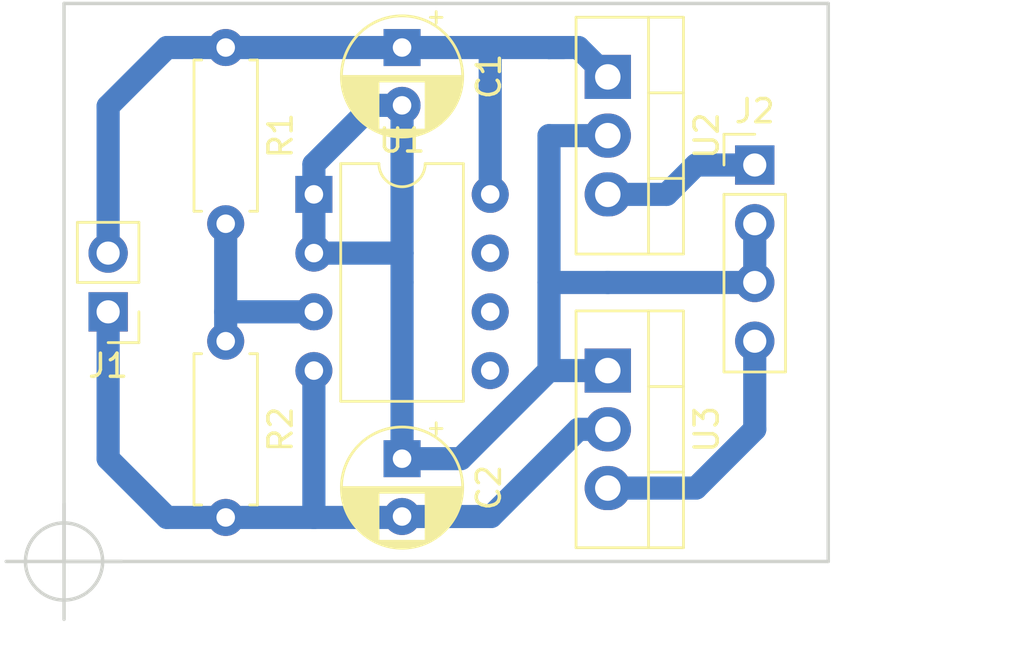
<source format=kicad_pcb>
(kicad_pcb (version 20171130) (host pcbnew 5.0.0-fee4fd1~66~ubuntu18.04.1)

  (general
    (thickness 1.6)
    (drawings 11)
    (tracks 46)
    (zones 0)
    (modules 9)
    (nets 7)
  )

  (page A4)
  (layers
    (0 F.Cu signal)
    (31 B.Cu signal)
    (32 B.Adhes user)
    (33 F.Adhes user)
    (34 B.Paste user)
    (35 F.Paste user)
    (36 B.SilkS user)
    (37 F.SilkS user)
    (38 B.Mask user)
    (39 F.Mask user)
    (40 Dwgs.User user)
    (41 Cmts.User user)
    (42 Eco1.User user)
    (43 Eco2.User user)
    (44 Edge.Cuts user)
    (45 Margin user)
    (46 B.CrtYd user)
    (47 F.CrtYd user)
    (48 B.Fab user)
    (49 F.Fab user)
  )

  (setup
    (last_trace_width 1)
    (trace_clearance 0.3)
    (zone_clearance 0.508)
    (zone_45_only no)
    (trace_min 0.2)
    (segment_width 0.2)
    (edge_width 0.15)
    (via_size 0.8)
    (via_drill 0.4)
    (via_min_size 0.4)
    (via_min_drill 0.3)
    (uvia_size 0.3)
    (uvia_drill 0.1)
    (uvias_allowed no)
    (uvia_min_size 0.2)
    (uvia_min_drill 0.1)
    (pcb_text_width 0.3)
    (pcb_text_size 1.5 1.5)
    (mod_edge_width 0.15)
    (mod_text_size 1 1)
    (mod_text_width 0.15)
    (pad_size 1.524 1.524)
    (pad_drill 0.762)
    (pad_to_mask_clearance 0.2)
    (aux_axis_origin 88.265 86.995)
    (visible_elements FFFFFF7F)
    (pcbplotparams
      (layerselection 0x00000_fffffffe)
      (usegerberextensions false)
      (usegerberattributes false)
      (usegerberadvancedattributes false)
      (creategerberjobfile false)
      (excludeedgelayer true)
      (linewidth 0.100000)
      (plotframeref false)
      (viasonmask false)
      (mode 1)
      (useauxorigin true)
      (hpglpennumber 1)
      (hpglpenspeed 20)
      (hpglpendiameter 15.000000)
      (psnegative false)
      (psa4output false)
      (plotreference true)
      (plotvalue true)
      (plotinvisibletext false)
      (padsonsilk false)
      (subtractmaskfromsilk false)
      (outputformat 1)
      (mirror false)
      (drillshape 0)
      (scaleselection 1)
      (outputdirectory "gerber/"))
  )

  (net 0 "")
  (net 1 "Net-(C1-Pad1)")
  (net 2 "Net-(C1-Pad2)")
  (net 3 "Net-(C2-Pad2)")
  (net 4 "Net-(J2-Pad1)")
  (net 5 "Net-(R1-Pad2)")
  (net 6 "Net-(J2-Pad4)")

  (net_class Default "This is the default net class."
    (clearance 0.3)
    (trace_width 1)
    (via_dia 0.8)
    (via_drill 0.4)
    (uvia_dia 0.3)
    (uvia_drill 0.1)
    (add_net "Net-(C1-Pad1)")
    (add_net "Net-(C1-Pad2)")
    (add_net "Net-(C2-Pad2)")
    (add_net "Net-(J2-Pad1)")
    (add_net "Net-(J2-Pad4)")
    (add_net "Net-(R1-Pad2)")
  )

  (module Capacitor_THT:CP_Radial_D5.0mm_P2.50mm (layer F.Cu) (tedit 5AE50EF0) (tstamp 5BAE5A1F)
    (at 102.87 64.77 270)
    (descr "CP, Radial series, Radial, pin pitch=2.50mm, , diameter=5mm, Electrolytic Capacitor")
    (tags "CP Radial series Radial pin pitch 2.50mm  diameter 5mm Electrolytic Capacitor")
    (path /5B9FFE66)
    (fp_text reference C1 (at 1.25 -3.75 270) (layer F.SilkS)
      (effects (font (size 1 1) (thickness 0.15)))
    )
    (fp_text value 10uF (at 1.25 3.75 270) (layer F.Fab)
      (effects (font (size 1 1) (thickness 0.15)))
    )
    (fp_circle (center 1.25 0) (end 3.75 0) (layer F.Fab) (width 0.1))
    (fp_circle (center 1.25 0) (end 3.87 0) (layer F.SilkS) (width 0.12))
    (fp_circle (center 1.25 0) (end 4 0) (layer F.CrtYd) (width 0.05))
    (fp_line (start -0.883605 -1.0875) (end -0.383605 -1.0875) (layer F.Fab) (width 0.1))
    (fp_line (start -0.633605 -1.3375) (end -0.633605 -0.8375) (layer F.Fab) (width 0.1))
    (fp_line (start 1.25 -2.58) (end 1.25 2.58) (layer F.SilkS) (width 0.12))
    (fp_line (start 1.29 -2.58) (end 1.29 2.58) (layer F.SilkS) (width 0.12))
    (fp_line (start 1.33 -2.579) (end 1.33 2.579) (layer F.SilkS) (width 0.12))
    (fp_line (start 1.37 -2.578) (end 1.37 2.578) (layer F.SilkS) (width 0.12))
    (fp_line (start 1.41 -2.576) (end 1.41 2.576) (layer F.SilkS) (width 0.12))
    (fp_line (start 1.45 -2.573) (end 1.45 2.573) (layer F.SilkS) (width 0.12))
    (fp_line (start 1.49 -2.569) (end 1.49 -1.04) (layer F.SilkS) (width 0.12))
    (fp_line (start 1.49 1.04) (end 1.49 2.569) (layer F.SilkS) (width 0.12))
    (fp_line (start 1.53 -2.565) (end 1.53 -1.04) (layer F.SilkS) (width 0.12))
    (fp_line (start 1.53 1.04) (end 1.53 2.565) (layer F.SilkS) (width 0.12))
    (fp_line (start 1.57 -2.561) (end 1.57 -1.04) (layer F.SilkS) (width 0.12))
    (fp_line (start 1.57 1.04) (end 1.57 2.561) (layer F.SilkS) (width 0.12))
    (fp_line (start 1.61 -2.556) (end 1.61 -1.04) (layer F.SilkS) (width 0.12))
    (fp_line (start 1.61 1.04) (end 1.61 2.556) (layer F.SilkS) (width 0.12))
    (fp_line (start 1.65 -2.55) (end 1.65 -1.04) (layer F.SilkS) (width 0.12))
    (fp_line (start 1.65 1.04) (end 1.65 2.55) (layer F.SilkS) (width 0.12))
    (fp_line (start 1.69 -2.543) (end 1.69 -1.04) (layer F.SilkS) (width 0.12))
    (fp_line (start 1.69 1.04) (end 1.69 2.543) (layer F.SilkS) (width 0.12))
    (fp_line (start 1.73 -2.536) (end 1.73 -1.04) (layer F.SilkS) (width 0.12))
    (fp_line (start 1.73 1.04) (end 1.73 2.536) (layer F.SilkS) (width 0.12))
    (fp_line (start 1.77 -2.528) (end 1.77 -1.04) (layer F.SilkS) (width 0.12))
    (fp_line (start 1.77 1.04) (end 1.77 2.528) (layer F.SilkS) (width 0.12))
    (fp_line (start 1.81 -2.52) (end 1.81 -1.04) (layer F.SilkS) (width 0.12))
    (fp_line (start 1.81 1.04) (end 1.81 2.52) (layer F.SilkS) (width 0.12))
    (fp_line (start 1.85 -2.511) (end 1.85 -1.04) (layer F.SilkS) (width 0.12))
    (fp_line (start 1.85 1.04) (end 1.85 2.511) (layer F.SilkS) (width 0.12))
    (fp_line (start 1.89 -2.501) (end 1.89 -1.04) (layer F.SilkS) (width 0.12))
    (fp_line (start 1.89 1.04) (end 1.89 2.501) (layer F.SilkS) (width 0.12))
    (fp_line (start 1.93 -2.491) (end 1.93 -1.04) (layer F.SilkS) (width 0.12))
    (fp_line (start 1.93 1.04) (end 1.93 2.491) (layer F.SilkS) (width 0.12))
    (fp_line (start 1.971 -2.48) (end 1.971 -1.04) (layer F.SilkS) (width 0.12))
    (fp_line (start 1.971 1.04) (end 1.971 2.48) (layer F.SilkS) (width 0.12))
    (fp_line (start 2.011 -2.468) (end 2.011 -1.04) (layer F.SilkS) (width 0.12))
    (fp_line (start 2.011 1.04) (end 2.011 2.468) (layer F.SilkS) (width 0.12))
    (fp_line (start 2.051 -2.455) (end 2.051 -1.04) (layer F.SilkS) (width 0.12))
    (fp_line (start 2.051 1.04) (end 2.051 2.455) (layer F.SilkS) (width 0.12))
    (fp_line (start 2.091 -2.442) (end 2.091 -1.04) (layer F.SilkS) (width 0.12))
    (fp_line (start 2.091 1.04) (end 2.091 2.442) (layer F.SilkS) (width 0.12))
    (fp_line (start 2.131 -2.428) (end 2.131 -1.04) (layer F.SilkS) (width 0.12))
    (fp_line (start 2.131 1.04) (end 2.131 2.428) (layer F.SilkS) (width 0.12))
    (fp_line (start 2.171 -2.414) (end 2.171 -1.04) (layer F.SilkS) (width 0.12))
    (fp_line (start 2.171 1.04) (end 2.171 2.414) (layer F.SilkS) (width 0.12))
    (fp_line (start 2.211 -2.398) (end 2.211 -1.04) (layer F.SilkS) (width 0.12))
    (fp_line (start 2.211 1.04) (end 2.211 2.398) (layer F.SilkS) (width 0.12))
    (fp_line (start 2.251 -2.382) (end 2.251 -1.04) (layer F.SilkS) (width 0.12))
    (fp_line (start 2.251 1.04) (end 2.251 2.382) (layer F.SilkS) (width 0.12))
    (fp_line (start 2.291 -2.365) (end 2.291 -1.04) (layer F.SilkS) (width 0.12))
    (fp_line (start 2.291 1.04) (end 2.291 2.365) (layer F.SilkS) (width 0.12))
    (fp_line (start 2.331 -2.348) (end 2.331 -1.04) (layer F.SilkS) (width 0.12))
    (fp_line (start 2.331 1.04) (end 2.331 2.348) (layer F.SilkS) (width 0.12))
    (fp_line (start 2.371 -2.329) (end 2.371 -1.04) (layer F.SilkS) (width 0.12))
    (fp_line (start 2.371 1.04) (end 2.371 2.329) (layer F.SilkS) (width 0.12))
    (fp_line (start 2.411 -2.31) (end 2.411 -1.04) (layer F.SilkS) (width 0.12))
    (fp_line (start 2.411 1.04) (end 2.411 2.31) (layer F.SilkS) (width 0.12))
    (fp_line (start 2.451 -2.29) (end 2.451 -1.04) (layer F.SilkS) (width 0.12))
    (fp_line (start 2.451 1.04) (end 2.451 2.29) (layer F.SilkS) (width 0.12))
    (fp_line (start 2.491 -2.268) (end 2.491 -1.04) (layer F.SilkS) (width 0.12))
    (fp_line (start 2.491 1.04) (end 2.491 2.268) (layer F.SilkS) (width 0.12))
    (fp_line (start 2.531 -2.247) (end 2.531 -1.04) (layer F.SilkS) (width 0.12))
    (fp_line (start 2.531 1.04) (end 2.531 2.247) (layer F.SilkS) (width 0.12))
    (fp_line (start 2.571 -2.224) (end 2.571 -1.04) (layer F.SilkS) (width 0.12))
    (fp_line (start 2.571 1.04) (end 2.571 2.224) (layer F.SilkS) (width 0.12))
    (fp_line (start 2.611 -2.2) (end 2.611 -1.04) (layer F.SilkS) (width 0.12))
    (fp_line (start 2.611 1.04) (end 2.611 2.2) (layer F.SilkS) (width 0.12))
    (fp_line (start 2.651 -2.175) (end 2.651 -1.04) (layer F.SilkS) (width 0.12))
    (fp_line (start 2.651 1.04) (end 2.651 2.175) (layer F.SilkS) (width 0.12))
    (fp_line (start 2.691 -2.149) (end 2.691 -1.04) (layer F.SilkS) (width 0.12))
    (fp_line (start 2.691 1.04) (end 2.691 2.149) (layer F.SilkS) (width 0.12))
    (fp_line (start 2.731 -2.122) (end 2.731 -1.04) (layer F.SilkS) (width 0.12))
    (fp_line (start 2.731 1.04) (end 2.731 2.122) (layer F.SilkS) (width 0.12))
    (fp_line (start 2.771 -2.095) (end 2.771 -1.04) (layer F.SilkS) (width 0.12))
    (fp_line (start 2.771 1.04) (end 2.771 2.095) (layer F.SilkS) (width 0.12))
    (fp_line (start 2.811 -2.065) (end 2.811 -1.04) (layer F.SilkS) (width 0.12))
    (fp_line (start 2.811 1.04) (end 2.811 2.065) (layer F.SilkS) (width 0.12))
    (fp_line (start 2.851 -2.035) (end 2.851 -1.04) (layer F.SilkS) (width 0.12))
    (fp_line (start 2.851 1.04) (end 2.851 2.035) (layer F.SilkS) (width 0.12))
    (fp_line (start 2.891 -2.004) (end 2.891 -1.04) (layer F.SilkS) (width 0.12))
    (fp_line (start 2.891 1.04) (end 2.891 2.004) (layer F.SilkS) (width 0.12))
    (fp_line (start 2.931 -1.971) (end 2.931 -1.04) (layer F.SilkS) (width 0.12))
    (fp_line (start 2.931 1.04) (end 2.931 1.971) (layer F.SilkS) (width 0.12))
    (fp_line (start 2.971 -1.937) (end 2.971 -1.04) (layer F.SilkS) (width 0.12))
    (fp_line (start 2.971 1.04) (end 2.971 1.937) (layer F.SilkS) (width 0.12))
    (fp_line (start 3.011 -1.901) (end 3.011 -1.04) (layer F.SilkS) (width 0.12))
    (fp_line (start 3.011 1.04) (end 3.011 1.901) (layer F.SilkS) (width 0.12))
    (fp_line (start 3.051 -1.864) (end 3.051 -1.04) (layer F.SilkS) (width 0.12))
    (fp_line (start 3.051 1.04) (end 3.051 1.864) (layer F.SilkS) (width 0.12))
    (fp_line (start 3.091 -1.826) (end 3.091 -1.04) (layer F.SilkS) (width 0.12))
    (fp_line (start 3.091 1.04) (end 3.091 1.826) (layer F.SilkS) (width 0.12))
    (fp_line (start 3.131 -1.785) (end 3.131 -1.04) (layer F.SilkS) (width 0.12))
    (fp_line (start 3.131 1.04) (end 3.131 1.785) (layer F.SilkS) (width 0.12))
    (fp_line (start 3.171 -1.743) (end 3.171 -1.04) (layer F.SilkS) (width 0.12))
    (fp_line (start 3.171 1.04) (end 3.171 1.743) (layer F.SilkS) (width 0.12))
    (fp_line (start 3.211 -1.699) (end 3.211 -1.04) (layer F.SilkS) (width 0.12))
    (fp_line (start 3.211 1.04) (end 3.211 1.699) (layer F.SilkS) (width 0.12))
    (fp_line (start 3.251 -1.653) (end 3.251 -1.04) (layer F.SilkS) (width 0.12))
    (fp_line (start 3.251 1.04) (end 3.251 1.653) (layer F.SilkS) (width 0.12))
    (fp_line (start 3.291 -1.605) (end 3.291 -1.04) (layer F.SilkS) (width 0.12))
    (fp_line (start 3.291 1.04) (end 3.291 1.605) (layer F.SilkS) (width 0.12))
    (fp_line (start 3.331 -1.554) (end 3.331 -1.04) (layer F.SilkS) (width 0.12))
    (fp_line (start 3.331 1.04) (end 3.331 1.554) (layer F.SilkS) (width 0.12))
    (fp_line (start 3.371 -1.5) (end 3.371 -1.04) (layer F.SilkS) (width 0.12))
    (fp_line (start 3.371 1.04) (end 3.371 1.5) (layer F.SilkS) (width 0.12))
    (fp_line (start 3.411 -1.443) (end 3.411 -1.04) (layer F.SilkS) (width 0.12))
    (fp_line (start 3.411 1.04) (end 3.411 1.443) (layer F.SilkS) (width 0.12))
    (fp_line (start 3.451 -1.383) (end 3.451 -1.04) (layer F.SilkS) (width 0.12))
    (fp_line (start 3.451 1.04) (end 3.451 1.383) (layer F.SilkS) (width 0.12))
    (fp_line (start 3.491 -1.319) (end 3.491 -1.04) (layer F.SilkS) (width 0.12))
    (fp_line (start 3.491 1.04) (end 3.491 1.319) (layer F.SilkS) (width 0.12))
    (fp_line (start 3.531 -1.251) (end 3.531 -1.04) (layer F.SilkS) (width 0.12))
    (fp_line (start 3.531 1.04) (end 3.531 1.251) (layer F.SilkS) (width 0.12))
    (fp_line (start 3.571 -1.178) (end 3.571 1.178) (layer F.SilkS) (width 0.12))
    (fp_line (start 3.611 -1.098) (end 3.611 1.098) (layer F.SilkS) (width 0.12))
    (fp_line (start 3.651 -1.011) (end 3.651 1.011) (layer F.SilkS) (width 0.12))
    (fp_line (start 3.691 -0.915) (end 3.691 0.915) (layer F.SilkS) (width 0.12))
    (fp_line (start 3.731 -0.805) (end 3.731 0.805) (layer F.SilkS) (width 0.12))
    (fp_line (start 3.771 -0.677) (end 3.771 0.677) (layer F.SilkS) (width 0.12))
    (fp_line (start 3.811 -0.518) (end 3.811 0.518) (layer F.SilkS) (width 0.12))
    (fp_line (start 3.851 -0.284) (end 3.851 0.284) (layer F.SilkS) (width 0.12))
    (fp_line (start -1.554775 -1.475) (end -1.054775 -1.475) (layer F.SilkS) (width 0.12))
    (fp_line (start -1.304775 -1.725) (end -1.304775 -1.225) (layer F.SilkS) (width 0.12))
    (fp_text user %R (at 1.25 0 270) (layer F.Fab)
      (effects (font (size 1 1) (thickness 0.15)))
    )
    (pad 1 thru_hole rect (at 0 0 270) (size 1.6 1.6) (drill 0.8) (layers *.Cu *.Mask)
      (net 1 "Net-(C1-Pad1)"))
    (pad 2 thru_hole circle (at 2.5 0 270) (size 1.6 1.6) (drill 0.8) (layers *.Cu *.Mask)
      (net 2 "Net-(C1-Pad2)"))
    (model ${KISYS3DMOD}/Capacitor_THT.3dshapes/CP_Radial_D5.0mm_P2.50mm.wrl
      (at (xyz 0 0 0))
      (scale (xyz 1 1 1))
      (rotate (xyz 0 0 0))
    )
  )

  (module Capacitor_THT:CP_Radial_D5.0mm_P2.50mm (layer F.Cu) (tedit 5BA23ECB) (tstamp 5BAE5AA3)
    (at 102.87 82.55 270)
    (descr "CP, Radial series, Radial, pin pitch=2.50mm, , diameter=5mm, Electrolytic Capacitor")
    (tags "CP Radial series Radial pin pitch 2.50mm  diameter 5mm Electrolytic Capacitor")
    (path /5B9FFEE2)
    (fp_text reference C2 (at 1.25 -3.75 270) (layer F.SilkS)
      (effects (font (size 1 1) (thickness 0.15)))
    )
    (fp_text value 10uF (at 1.25 3.75 270) (layer F.Fab)
      (effects (font (size 1 1) (thickness 0.15)))
    )
    (fp_text user %R (at 1.25 0 270) (layer F.Fab)
      (effects (font (size 1 1) (thickness 0.15)))
    )
    (fp_line (start -1.304775 -1.725) (end -1.304775 -1.225) (layer F.SilkS) (width 0.12))
    (fp_line (start -1.554775 -1.475) (end -1.054775 -1.475) (layer F.SilkS) (width 0.12))
    (fp_line (start 3.851 -0.284) (end 3.851 0.284) (layer F.SilkS) (width 0.12))
    (fp_line (start 3.811 -0.518) (end 3.811 0.518) (layer F.SilkS) (width 0.12))
    (fp_line (start 3.771 -0.677) (end 3.771 0.677) (layer F.SilkS) (width 0.12))
    (fp_line (start 3.731 -0.805) (end 3.731 0.805) (layer F.SilkS) (width 0.12))
    (fp_line (start 3.691 -0.915) (end 3.691 0.915) (layer F.SilkS) (width 0.12))
    (fp_line (start 3.651 -1.011) (end 3.651 1.011) (layer F.SilkS) (width 0.12))
    (fp_line (start 3.611 -1.098) (end 3.611 1.098) (layer F.SilkS) (width 0.12))
    (fp_line (start 3.571 -1.178) (end 3.571 1.178) (layer F.SilkS) (width 0.12))
    (fp_line (start 3.531 1.04) (end 3.531 1.251) (layer F.SilkS) (width 0.12))
    (fp_line (start 3.531 -1.251) (end 3.531 -1.04) (layer F.SilkS) (width 0.12))
    (fp_line (start 3.491 1.04) (end 3.491 1.319) (layer F.SilkS) (width 0.12))
    (fp_line (start 3.491 -1.319) (end 3.491 -1.04) (layer F.SilkS) (width 0.12))
    (fp_line (start 3.451 1.04) (end 3.451 1.383) (layer F.SilkS) (width 0.12))
    (fp_line (start 3.451 -1.383) (end 3.451 -1.04) (layer F.SilkS) (width 0.12))
    (fp_line (start 3.411 1.04) (end 3.411 1.443) (layer F.SilkS) (width 0.12))
    (fp_line (start 3.411 -1.443) (end 3.411 -1.04) (layer F.SilkS) (width 0.12))
    (fp_line (start 3.371 1.04) (end 3.371 1.5) (layer F.SilkS) (width 0.12))
    (fp_line (start 3.371 -1.5) (end 3.371 -1.04) (layer F.SilkS) (width 0.12))
    (fp_line (start 3.331 1.04) (end 3.331 1.554) (layer F.SilkS) (width 0.12))
    (fp_line (start 3.331 -1.554) (end 3.331 -1.04) (layer F.SilkS) (width 0.12))
    (fp_line (start 3.291 1.04) (end 3.291 1.605) (layer F.SilkS) (width 0.12))
    (fp_line (start 3.291 -1.605) (end 3.291 -1.04) (layer F.SilkS) (width 0.12))
    (fp_line (start 3.251 1.04) (end 3.251 1.653) (layer F.SilkS) (width 0.12))
    (fp_line (start 3.251 -1.653) (end 3.251 -1.04) (layer F.SilkS) (width 0.12))
    (fp_line (start 3.211 1.04) (end 3.211 1.699) (layer F.SilkS) (width 0.12))
    (fp_line (start 3.211 -1.699) (end 3.211 -1.04) (layer F.SilkS) (width 0.12))
    (fp_line (start 3.171 1.04) (end 3.171 1.743) (layer F.SilkS) (width 0.12))
    (fp_line (start 3.171 -1.743) (end 3.171 -1.04) (layer F.SilkS) (width 0.12))
    (fp_line (start 3.131 1.04) (end 3.131 1.785) (layer F.SilkS) (width 0.12))
    (fp_line (start 3.131 -1.785) (end 3.131 -1.04) (layer F.SilkS) (width 0.12))
    (fp_line (start 3.091 1.04) (end 3.091 1.826) (layer F.SilkS) (width 0.12))
    (fp_line (start 3.091 -1.826) (end 3.091 -1.04) (layer F.SilkS) (width 0.12))
    (fp_line (start 3.051 1.04) (end 3.051 1.864) (layer F.SilkS) (width 0.12))
    (fp_line (start 3.051 -1.864) (end 3.051 -1.04) (layer F.SilkS) (width 0.12))
    (fp_line (start 3.011 1.04) (end 3.011 1.901) (layer F.SilkS) (width 0.12))
    (fp_line (start 3.011 -1.901) (end 3.011 -1.04) (layer F.SilkS) (width 0.12))
    (fp_line (start 2.971 1.04) (end 2.971 1.937) (layer F.SilkS) (width 0.12))
    (fp_line (start 2.971 -1.937) (end 2.971 -1.04) (layer F.SilkS) (width 0.12))
    (fp_line (start 2.931 1.04) (end 2.931 1.971) (layer F.SilkS) (width 0.12))
    (fp_line (start 2.931 -1.971) (end 2.931 -1.04) (layer F.SilkS) (width 0.12))
    (fp_line (start 2.891 1.04) (end 2.891 2.004) (layer F.SilkS) (width 0.12))
    (fp_line (start 2.891 -2.004) (end 2.891 -1.04) (layer F.SilkS) (width 0.12))
    (fp_line (start 2.851 1.04) (end 2.851 2.035) (layer F.SilkS) (width 0.12))
    (fp_line (start 2.851 -2.035) (end 2.851 -1.04) (layer F.SilkS) (width 0.12))
    (fp_line (start 2.811 1.04) (end 2.811 2.065) (layer F.SilkS) (width 0.12))
    (fp_line (start 2.811 -2.065) (end 2.811 -1.04) (layer F.SilkS) (width 0.12))
    (fp_line (start 2.771 1.04) (end 2.771 2.095) (layer F.SilkS) (width 0.12))
    (fp_line (start 2.771 -2.095) (end 2.771 -1.04) (layer F.SilkS) (width 0.12))
    (fp_line (start 2.731 1.04) (end 2.731 2.122) (layer F.SilkS) (width 0.12))
    (fp_line (start 2.731 -2.122) (end 2.731 -1.04) (layer F.SilkS) (width 0.12))
    (fp_line (start 2.691 1.04) (end 2.691 2.149) (layer F.SilkS) (width 0.12))
    (fp_line (start 2.691 -2.149) (end 2.691 -1.04) (layer F.SilkS) (width 0.12))
    (fp_line (start 2.651 1.04) (end 2.651 2.175) (layer F.SilkS) (width 0.12))
    (fp_line (start 2.651 -2.175) (end 2.651 -1.04) (layer F.SilkS) (width 0.12))
    (fp_line (start 2.611 1.04) (end 2.611 2.2) (layer F.SilkS) (width 0.12))
    (fp_line (start 2.611 -2.2) (end 2.611 -1.04) (layer F.SilkS) (width 0.12))
    (fp_line (start 2.571 1.04) (end 2.571 2.224) (layer F.SilkS) (width 0.12))
    (fp_line (start 2.571 -2.224) (end 2.571 -1.04) (layer F.SilkS) (width 0.12))
    (fp_line (start 2.531 1.04) (end 2.531 2.247) (layer F.SilkS) (width 0.12))
    (fp_line (start 2.531 -2.247) (end 2.531 -1.04) (layer F.SilkS) (width 0.12))
    (fp_line (start 2.491 1.04) (end 2.491 2.268) (layer F.SilkS) (width 0.12))
    (fp_line (start 2.491 -2.268) (end 2.491 -1.04) (layer F.SilkS) (width 0.12))
    (fp_line (start 2.451 1.04) (end 2.451 2.29) (layer F.SilkS) (width 0.12))
    (fp_line (start 2.451 -2.29) (end 2.451 -1.04) (layer F.SilkS) (width 0.12))
    (fp_line (start 2.411 1.04) (end 2.411 2.31) (layer F.SilkS) (width 0.12))
    (fp_line (start 2.411 -2.31) (end 2.411 -1.04) (layer F.SilkS) (width 0.12))
    (fp_line (start 2.371 1.04) (end 2.371 2.329) (layer F.SilkS) (width 0.12))
    (fp_line (start 2.371 -2.329) (end 2.371 -1.04) (layer F.SilkS) (width 0.12))
    (fp_line (start 2.331 1.04) (end 2.331 2.348) (layer F.SilkS) (width 0.12))
    (fp_line (start 2.331 -2.348) (end 2.331 -1.04) (layer F.SilkS) (width 0.12))
    (fp_line (start 2.291 1.04) (end 2.291 2.365) (layer F.SilkS) (width 0.12))
    (fp_line (start 2.291 -2.365) (end 2.291 -1.04) (layer F.SilkS) (width 0.12))
    (fp_line (start 2.251 1.04) (end 2.251 2.382) (layer F.SilkS) (width 0.12))
    (fp_line (start 2.251 -2.382) (end 2.251 -1.04) (layer F.SilkS) (width 0.12))
    (fp_line (start 2.211 1.04) (end 2.211 2.398) (layer F.SilkS) (width 0.12))
    (fp_line (start 2.211 -2.398) (end 2.211 -1.04) (layer F.SilkS) (width 0.12))
    (fp_line (start 2.171 1.04) (end 2.171 2.414) (layer F.SilkS) (width 0.12))
    (fp_line (start 2.171 -2.414) (end 2.171 -1.04) (layer F.SilkS) (width 0.12))
    (fp_line (start 2.131 1.04) (end 2.131 2.428) (layer F.SilkS) (width 0.12))
    (fp_line (start 2.131 -2.428) (end 2.131 -1.04) (layer F.SilkS) (width 0.12))
    (fp_line (start 2.091 1.04) (end 2.091 2.442) (layer F.SilkS) (width 0.12))
    (fp_line (start 2.091 -2.442) (end 2.091 -1.04) (layer F.SilkS) (width 0.12))
    (fp_line (start 2.051 1.04) (end 2.051 2.455) (layer F.SilkS) (width 0.12))
    (fp_line (start 2.051 -2.455) (end 2.051 -1.04) (layer F.SilkS) (width 0.12))
    (fp_line (start 2.011 1.04) (end 2.011 2.468) (layer F.SilkS) (width 0.12))
    (fp_line (start 2.011 -2.468) (end 2.011 -1.04) (layer F.SilkS) (width 0.12))
    (fp_line (start 1.971 1.04) (end 1.971 2.48) (layer F.SilkS) (width 0.12))
    (fp_line (start 1.971 -2.48) (end 1.971 -1.04) (layer F.SilkS) (width 0.12))
    (fp_line (start 1.93 1.04) (end 1.93 2.491) (layer F.SilkS) (width 0.12))
    (fp_line (start 1.93 -2.491) (end 1.93 -1.04) (layer F.SilkS) (width 0.12))
    (fp_line (start 1.89 1.04) (end 1.89 2.501) (layer F.SilkS) (width 0.12))
    (fp_line (start 1.89 -2.501) (end 1.89 -1.04) (layer F.SilkS) (width 0.12))
    (fp_line (start 1.85 1.04) (end 1.85 2.511) (layer F.SilkS) (width 0.12))
    (fp_line (start 1.85 -2.511) (end 1.85 -1.04) (layer F.SilkS) (width 0.12))
    (fp_line (start 1.81 1.04) (end 1.81 2.52) (layer F.SilkS) (width 0.12))
    (fp_line (start 1.81 -2.52) (end 1.81 -1.04) (layer F.SilkS) (width 0.12))
    (fp_line (start 1.77 1.04) (end 1.77 2.528) (layer F.SilkS) (width 0.12))
    (fp_line (start 1.77 -2.528) (end 1.77 -1.04) (layer F.SilkS) (width 0.12))
    (fp_line (start 1.73 1.04) (end 1.73 2.536) (layer F.SilkS) (width 0.12))
    (fp_line (start 1.73 -2.536) (end 1.73 -1.04) (layer F.SilkS) (width 0.12))
    (fp_line (start 1.69 1.04) (end 1.69 2.543) (layer F.SilkS) (width 0.12))
    (fp_line (start 1.69 -2.543) (end 1.69 -1.04) (layer F.SilkS) (width 0.12))
    (fp_line (start 1.65 1.04) (end 1.65 2.55) (layer F.SilkS) (width 0.12))
    (fp_line (start 1.65 -2.55) (end 1.65 -1.04) (layer F.SilkS) (width 0.12))
    (fp_line (start 1.61 1.04) (end 1.61 2.556) (layer F.SilkS) (width 0.12))
    (fp_line (start 1.61 -2.556) (end 1.61 -1.04) (layer F.SilkS) (width 0.12))
    (fp_line (start 1.57 1.04) (end 1.57 2.561) (layer F.SilkS) (width 0.12))
    (fp_line (start 1.57 -2.561) (end 1.57 -1.04) (layer F.SilkS) (width 0.12))
    (fp_line (start 1.53 1.04) (end 1.53 2.565) (layer F.SilkS) (width 0.12))
    (fp_line (start 1.53 -2.565) (end 1.53 -1.04) (layer F.SilkS) (width 0.12))
    (fp_line (start 1.49 1.04) (end 1.49 2.569) (layer F.SilkS) (width 0.12))
    (fp_line (start 1.49 -2.569) (end 1.49 -1.04) (layer F.SilkS) (width 0.12))
    (fp_line (start 1.45 -2.573) (end 1.45 2.573) (layer F.SilkS) (width 0.12))
    (fp_line (start 1.41 -2.576) (end 1.41 2.576) (layer F.SilkS) (width 0.12))
    (fp_line (start 1.37 -2.578) (end 1.37 2.578) (layer F.SilkS) (width 0.12))
    (fp_line (start 1.33 -2.579) (end 1.33 2.579) (layer F.SilkS) (width 0.12))
    (fp_line (start 1.29 -2.58) (end 1.29 2.58) (layer F.SilkS) (width 0.12))
    (fp_line (start 1.25 -2.58) (end 1.25 2.58) (layer F.SilkS) (width 0.12))
    (fp_line (start -0.633605 -1.3375) (end -0.633605 -0.8375) (layer F.Fab) (width 0.1))
    (fp_line (start -0.883605 -1.0875) (end -0.383605 -1.0875) (layer F.Fab) (width 0.1))
    (fp_circle (center 1.25 0) (end 4 0) (layer F.CrtYd) (width 0.05))
    (fp_circle (center 1.25 0) (end 3.87 0) (layer F.SilkS) (width 0.12))
    (fp_circle (center 1.25 0) (end 3.75 0) (layer F.Fab) (width 0.1))
    (pad 2 thru_hole circle (at 2.5 0 270) (size 1.6 1.6) (drill 0.8) (layers *.Cu *.Mask)
      (net 3 "Net-(C2-Pad2)"))
    (pad 1 thru_hole rect (at 0 0 270) (size 1.6 1.6) (drill 0.8) (layers *.Cu *.Mask)
      (net 2 "Net-(C1-Pad2)"))
    (model ${KISYS3DMOD}/Capacitor_THT.3dshapes/CP_Radial_D5.0mm_P2.50mm.wrl
      (at (xyz 0 0 0))
      (scale (xyz 1 1 1))
      (rotate (xyz 0 0 0))
    )
  )

  (module Resistor_THT:R_Axial_DIN0207_L6.3mm_D2.5mm_P7.62mm_Horizontal (layer F.Cu) (tedit 5AE5139B) (tstamp 5BAE5AEB)
    (at 95.25 64.77 270)
    (descr "Resistor, Axial_DIN0207 series, Axial, Horizontal, pin pitch=7.62mm, 0.25W = 1/4W, length*diameter=6.3*2.5mm^2, http://cdn-reichelt.de/documents/datenblatt/B400/1_4W%23YAG.pdf")
    (tags "Resistor Axial_DIN0207 series Axial Horizontal pin pitch 7.62mm 0.25W = 1/4W length 6.3mm diameter 2.5mm")
    (path /5B9FFB3C)
    (fp_text reference R1 (at 3.81 -2.37 270) (layer F.SilkS)
      (effects (font (size 1 1) (thickness 0.15)))
    )
    (fp_text value 47K (at 3.81 2.37 270) (layer F.Fab)
      (effects (font (size 1 1) (thickness 0.15)))
    )
    (fp_line (start 0.66 -1.25) (end 0.66 1.25) (layer F.Fab) (width 0.1))
    (fp_line (start 0.66 1.25) (end 6.96 1.25) (layer F.Fab) (width 0.1))
    (fp_line (start 6.96 1.25) (end 6.96 -1.25) (layer F.Fab) (width 0.1))
    (fp_line (start 6.96 -1.25) (end 0.66 -1.25) (layer F.Fab) (width 0.1))
    (fp_line (start 0 0) (end 0.66 0) (layer F.Fab) (width 0.1))
    (fp_line (start 7.62 0) (end 6.96 0) (layer F.Fab) (width 0.1))
    (fp_line (start 0.54 -1.04) (end 0.54 -1.37) (layer F.SilkS) (width 0.12))
    (fp_line (start 0.54 -1.37) (end 7.08 -1.37) (layer F.SilkS) (width 0.12))
    (fp_line (start 7.08 -1.37) (end 7.08 -1.04) (layer F.SilkS) (width 0.12))
    (fp_line (start 0.54 1.04) (end 0.54 1.37) (layer F.SilkS) (width 0.12))
    (fp_line (start 0.54 1.37) (end 7.08 1.37) (layer F.SilkS) (width 0.12))
    (fp_line (start 7.08 1.37) (end 7.08 1.04) (layer F.SilkS) (width 0.12))
    (fp_line (start -1.05 -1.5) (end -1.05 1.5) (layer F.CrtYd) (width 0.05))
    (fp_line (start -1.05 1.5) (end 8.67 1.5) (layer F.CrtYd) (width 0.05))
    (fp_line (start 8.67 1.5) (end 8.67 -1.5) (layer F.CrtYd) (width 0.05))
    (fp_line (start 8.67 -1.5) (end -1.05 -1.5) (layer F.CrtYd) (width 0.05))
    (fp_text user %R (at 3.81 0 270) (layer F.Fab)
      (effects (font (size 1 1) (thickness 0.15)))
    )
    (pad 1 thru_hole circle (at 0 0 270) (size 1.6 1.6) (drill 0.8) (layers *.Cu *.Mask)
      (net 1 "Net-(C1-Pad1)"))
    (pad 2 thru_hole oval (at 7.62 0 270) (size 1.6 1.6) (drill 0.8) (layers *.Cu *.Mask)
      (net 5 "Net-(R1-Pad2)"))
    (model ${KISYS3DMOD}/Resistor_THT.3dshapes/R_Axial_DIN0207_L6.3mm_D2.5mm_P7.62mm_Horizontal.wrl
      (at (xyz 0 0 0))
      (scale (xyz 1 1 1))
      (rotate (xyz 0 0 0))
    )
  )

  (module Resistor_THT:R_Axial_DIN0207_L6.3mm_D2.5mm_P7.62mm_Horizontal (layer F.Cu) (tedit 5AE5139B) (tstamp 5BAE5B02)
    (at 95.25 77.47 270)
    (descr "Resistor, Axial_DIN0207 series, Axial, Horizontal, pin pitch=7.62mm, 0.25W = 1/4W, length*diameter=6.3*2.5mm^2, http://cdn-reichelt.de/documents/datenblatt/B400/1_4W%23YAG.pdf")
    (tags "Resistor Axial_DIN0207 series Axial Horizontal pin pitch 7.62mm 0.25W = 1/4W length 6.3mm diameter 2.5mm")
    (path /5B9FFB76)
    (fp_text reference R2 (at 3.81 -2.37 270) (layer F.SilkS)
      (effects (font (size 1 1) (thickness 0.15)))
    )
    (fp_text value 47K (at 3.81 2.37 270) (layer F.Fab)
      (effects (font (size 1 1) (thickness 0.15)))
    )
    (fp_text user %R (at 3.81 0 270) (layer F.Fab)
      (effects (font (size 1 1) (thickness 0.15)))
    )
    (fp_line (start 8.67 -1.5) (end -1.05 -1.5) (layer F.CrtYd) (width 0.05))
    (fp_line (start 8.67 1.5) (end 8.67 -1.5) (layer F.CrtYd) (width 0.05))
    (fp_line (start -1.05 1.5) (end 8.67 1.5) (layer F.CrtYd) (width 0.05))
    (fp_line (start -1.05 -1.5) (end -1.05 1.5) (layer F.CrtYd) (width 0.05))
    (fp_line (start 7.08 1.37) (end 7.08 1.04) (layer F.SilkS) (width 0.12))
    (fp_line (start 0.54 1.37) (end 7.08 1.37) (layer F.SilkS) (width 0.12))
    (fp_line (start 0.54 1.04) (end 0.54 1.37) (layer F.SilkS) (width 0.12))
    (fp_line (start 7.08 -1.37) (end 7.08 -1.04) (layer F.SilkS) (width 0.12))
    (fp_line (start 0.54 -1.37) (end 7.08 -1.37) (layer F.SilkS) (width 0.12))
    (fp_line (start 0.54 -1.04) (end 0.54 -1.37) (layer F.SilkS) (width 0.12))
    (fp_line (start 7.62 0) (end 6.96 0) (layer F.Fab) (width 0.1))
    (fp_line (start 0 0) (end 0.66 0) (layer F.Fab) (width 0.1))
    (fp_line (start 6.96 -1.25) (end 0.66 -1.25) (layer F.Fab) (width 0.1))
    (fp_line (start 6.96 1.25) (end 6.96 -1.25) (layer F.Fab) (width 0.1))
    (fp_line (start 0.66 1.25) (end 6.96 1.25) (layer F.Fab) (width 0.1))
    (fp_line (start 0.66 -1.25) (end 0.66 1.25) (layer F.Fab) (width 0.1))
    (pad 2 thru_hole oval (at 7.62 0 270) (size 1.6 1.6) (drill 0.8) (layers *.Cu *.Mask)
      (net 3 "Net-(C2-Pad2)"))
    (pad 1 thru_hole circle (at 0 0 270) (size 1.6 1.6) (drill 0.8) (layers *.Cu *.Mask)
      (net 5 "Net-(R1-Pad2)"))
    (model ${KISYS3DMOD}/Resistor_THT.3dshapes/R_Axial_DIN0207_L6.3mm_D2.5mm_P7.62mm_Horizontal.wrl
      (at (xyz 0 0 0))
      (scale (xyz 1 1 1))
      (rotate (xyz 0 0 0))
    )
  )

  (module Package_DIP:DIP-8_W7.62mm (layer F.Cu) (tedit 5BA23F5D) (tstamp 5BAE5B1E)
    (at 99.06 71.12)
    (descr "8-lead though-hole mounted DIP package, row spacing 7.62 mm (300 mils)")
    (tags "THT DIP DIL PDIP 2.54mm 7.62mm 300mil")
    (path /5B9FF9B8)
    (fp_text reference U1 (at 3.81 -2.33) (layer F.SilkS)
      (effects (font (size 1 1) (thickness 0.15)))
    )
    (fp_text value LM2904 (at 3.81 9.95) (layer F.Fab)
      (effects (font (size 1 1) (thickness 0.15)))
    )
    (fp_arc (start 3.81 -1.33) (end 2.81 -1.33) (angle -180) (layer F.SilkS) (width 0.12))
    (fp_line (start 1.635 -1.27) (end 6.985 -1.27) (layer F.Fab) (width 0.1))
    (fp_line (start 6.985 -1.27) (end 6.985 8.89) (layer F.Fab) (width 0.1))
    (fp_line (start 6.985 8.89) (end 0.635 8.89) (layer F.Fab) (width 0.1))
    (fp_line (start 0.635 8.89) (end 0.635 -0.27) (layer F.Fab) (width 0.1))
    (fp_line (start 0.635 -0.27) (end 1.635 -1.27) (layer F.Fab) (width 0.1))
    (fp_line (start 2.81 -1.33) (end 1.16 -1.33) (layer F.SilkS) (width 0.12))
    (fp_line (start 1.16 -1.33) (end 1.16 8.95) (layer F.SilkS) (width 0.12))
    (fp_line (start 1.16 8.95) (end 6.46 8.95) (layer F.SilkS) (width 0.12))
    (fp_line (start 6.46 8.95) (end 6.46 -1.33) (layer F.SilkS) (width 0.12))
    (fp_line (start 6.46 -1.33) (end 4.81 -1.33) (layer F.SilkS) (width 0.12))
    (fp_line (start -1.1 -1.55) (end -1.1 9.15) (layer F.CrtYd) (width 0.05))
    (fp_line (start -1.1 9.15) (end 8.7 9.15) (layer F.CrtYd) (width 0.05))
    (fp_line (start 8.7 9.15) (end 8.7 -1.55) (layer F.CrtYd) (width 0.05))
    (fp_line (start 8.7 -1.55) (end -1.1 -1.55) (layer F.CrtYd) (width 0.05))
    (fp_text user %R (at 3.81 3.81) (layer F.Fab)
      (effects (font (size 1 1) (thickness 0.15)))
    )
    (pad 1 thru_hole rect (at 0 0) (size 1.6 1.6) (drill 0.8) (layers *.Cu *.Mask)
      (net 2 "Net-(C1-Pad2)"))
    (pad 5 thru_hole oval (at 7.62 7.62) (size 1.6 1.6) (drill 0.8) (layers *.Cu *.Mask))
    (pad 2 thru_hole oval (at 0 2.54) (size 1.6 1.6) (drill 0.8) (layers *.Cu *.Mask)
      (net 2 "Net-(C1-Pad2)"))
    (pad 6 thru_hole oval (at 7.62 5.08) (size 1.6 1.6) (drill 0.8) (layers *.Cu *.Mask))
    (pad 3 thru_hole oval (at 0 5.08) (size 1.6 1.6) (drill 0.8) (layers *.Cu *.Mask)
      (net 5 "Net-(R1-Pad2)"))
    (pad 7 thru_hole oval (at 7.62 2.54) (size 1.6 1.6) (drill 0.8) (layers *.Cu *.Mask))
    (pad 4 thru_hole oval (at 0 7.62) (size 1.6 1.6) (drill 0.8) (layers *.Cu *.Mask)
      (net 3 "Net-(C2-Pad2)"))
    (pad 8 thru_hole oval (at 7.62 0) (size 1.6 1.6) (drill 0.8) (layers *.Cu *.Mask)
      (net 1 "Net-(C1-Pad1)"))
    (model ${KISYS3DMOD}/Package_DIP.3dshapes/DIP-8_W7.62mm.wrl
      (at (xyz 0 0 0))
      (scale (xyz 1 1 1))
      (rotate (xyz 0 0 0))
    )
  )

  (module Package_TO_SOT_THT:TO-220-3_Vertical (layer F.Cu) (tedit 5AC8BA0D) (tstamp 5BAE5B38)
    (at 111.76 66.04 270)
    (descr "TO-220-3, Vertical, RM 2.54mm, see https://www.vishay.com/docs/66542/to-220-1.pdf")
    (tags "TO-220-3 Vertical RM 2.54mm")
    (path /5BA0043D)
    (fp_text reference U2 (at 2.54 -4.27 270) (layer F.SilkS)
      (effects (font (size 1 1) (thickness 0.15)))
    )
    (fp_text value L7809 (at 2.54 2.5 270) (layer F.Fab)
      (effects (font (size 1 1) (thickness 0.15)))
    )
    (fp_line (start -2.46 -3.15) (end -2.46 1.25) (layer F.Fab) (width 0.1))
    (fp_line (start -2.46 1.25) (end 7.54 1.25) (layer F.Fab) (width 0.1))
    (fp_line (start 7.54 1.25) (end 7.54 -3.15) (layer F.Fab) (width 0.1))
    (fp_line (start 7.54 -3.15) (end -2.46 -3.15) (layer F.Fab) (width 0.1))
    (fp_line (start -2.46 -1.88) (end 7.54 -1.88) (layer F.Fab) (width 0.1))
    (fp_line (start 0.69 -3.15) (end 0.69 -1.88) (layer F.Fab) (width 0.1))
    (fp_line (start 4.39 -3.15) (end 4.39 -1.88) (layer F.Fab) (width 0.1))
    (fp_line (start -2.58 -3.27) (end 7.66 -3.27) (layer F.SilkS) (width 0.12))
    (fp_line (start -2.58 1.371) (end 7.66 1.371) (layer F.SilkS) (width 0.12))
    (fp_line (start -2.58 -3.27) (end -2.58 1.371) (layer F.SilkS) (width 0.12))
    (fp_line (start 7.66 -3.27) (end 7.66 1.371) (layer F.SilkS) (width 0.12))
    (fp_line (start -2.58 -1.76) (end 7.66 -1.76) (layer F.SilkS) (width 0.12))
    (fp_line (start 0.69 -3.27) (end 0.69 -1.76) (layer F.SilkS) (width 0.12))
    (fp_line (start 4.391 -3.27) (end 4.391 -1.76) (layer F.SilkS) (width 0.12))
    (fp_line (start -2.71 -3.4) (end -2.71 1.51) (layer F.CrtYd) (width 0.05))
    (fp_line (start -2.71 1.51) (end 7.79 1.51) (layer F.CrtYd) (width 0.05))
    (fp_line (start 7.79 1.51) (end 7.79 -3.4) (layer F.CrtYd) (width 0.05))
    (fp_line (start 7.79 -3.4) (end -2.71 -3.4) (layer F.CrtYd) (width 0.05))
    (fp_text user %R (at 2.54 -4.27 270) (layer F.Fab)
      (effects (font (size 1 1) (thickness 0.15)))
    )
    (pad 1 thru_hole rect (at 0 0 270) (size 1.905 2) (drill 1.1) (layers *.Cu *.Mask)
      (net 1 "Net-(C1-Pad1)"))
    (pad 2 thru_hole oval (at 2.54 0 270) (size 1.905 2) (drill 1.1) (layers *.Cu *.Mask)
      (net 2 "Net-(C1-Pad2)"))
    (pad 3 thru_hole oval (at 5.08 0 270) (size 1.905 2) (drill 1.1) (layers *.Cu *.Mask)
      (net 4 "Net-(J2-Pad1)"))
    (model ${KISYS3DMOD}/Package_TO_SOT_THT.3dshapes/TO-220-3_Vertical.wrl
      (at (xyz 0 0 0))
      (scale (xyz 1 1 1))
      (rotate (xyz 0 0 0))
    )
  )

  (module Package_TO_SOT_THT:TO-220-3_Vertical (layer F.Cu) (tedit 5AC8BA0D) (tstamp 5BAE5B52)
    (at 111.76 78.74 270)
    (descr "TO-220-3, Vertical, RM 2.54mm, see https://www.vishay.com/docs/66542/to-220-1.pdf")
    (tags "TO-220-3 Vertical RM 2.54mm")
    (path /5BA0050D)
    (fp_text reference U3 (at 2.54 -4.27 270) (layer F.SilkS)
      (effects (font (size 1 1) (thickness 0.15)))
    )
    (fp_text value LM7909_TO220 (at 2.54 2.5 270) (layer F.Fab)
      (effects (font (size 1 1) (thickness 0.15)))
    )
    (fp_text user %R (at 2.54 -4.27 270) (layer F.Fab)
      (effects (font (size 1 1) (thickness 0.15)))
    )
    (fp_line (start 7.79 -3.4) (end -2.71 -3.4) (layer F.CrtYd) (width 0.05))
    (fp_line (start 7.79 1.51) (end 7.79 -3.4) (layer F.CrtYd) (width 0.05))
    (fp_line (start -2.71 1.51) (end 7.79 1.51) (layer F.CrtYd) (width 0.05))
    (fp_line (start -2.71 -3.4) (end -2.71 1.51) (layer F.CrtYd) (width 0.05))
    (fp_line (start 4.391 -3.27) (end 4.391 -1.76) (layer F.SilkS) (width 0.12))
    (fp_line (start 0.69 -3.27) (end 0.69 -1.76) (layer F.SilkS) (width 0.12))
    (fp_line (start -2.58 -1.76) (end 7.66 -1.76) (layer F.SilkS) (width 0.12))
    (fp_line (start 7.66 -3.27) (end 7.66 1.371) (layer F.SilkS) (width 0.12))
    (fp_line (start -2.58 -3.27) (end -2.58 1.371) (layer F.SilkS) (width 0.12))
    (fp_line (start -2.58 1.371) (end 7.66 1.371) (layer F.SilkS) (width 0.12))
    (fp_line (start -2.58 -3.27) (end 7.66 -3.27) (layer F.SilkS) (width 0.12))
    (fp_line (start 4.39 -3.15) (end 4.39 -1.88) (layer F.Fab) (width 0.1))
    (fp_line (start 0.69 -3.15) (end 0.69 -1.88) (layer F.Fab) (width 0.1))
    (fp_line (start -2.46 -1.88) (end 7.54 -1.88) (layer F.Fab) (width 0.1))
    (fp_line (start 7.54 -3.15) (end -2.46 -3.15) (layer F.Fab) (width 0.1))
    (fp_line (start 7.54 1.25) (end 7.54 -3.15) (layer F.Fab) (width 0.1))
    (fp_line (start -2.46 1.25) (end 7.54 1.25) (layer F.Fab) (width 0.1))
    (fp_line (start -2.46 -3.15) (end -2.46 1.25) (layer F.Fab) (width 0.1))
    (pad 3 thru_hole oval (at 5.08 0 270) (size 1.905 2) (drill 1.1) (layers *.Cu *.Mask)
      (net 6 "Net-(J2-Pad4)"))
    (pad 2 thru_hole oval (at 2.54 0 270) (size 1.905 2) (drill 1.1) (layers *.Cu *.Mask)
      (net 3 "Net-(C2-Pad2)"))
    (pad 1 thru_hole rect (at 0 0 270) (size 1.905 2) (drill 1.1) (layers *.Cu *.Mask)
      (net 2 "Net-(C1-Pad2)"))
    (model ${KISYS3DMOD}/Package_TO_SOT_THT.3dshapes/TO-220-3_Vertical.wrl
      (at (xyz 0 0 0))
      (scale (xyz 1 1 1))
      (rotate (xyz 0 0 0))
    )
  )

  (module Connector_PinHeader_2.54mm:PinHeader_1x02_P2.54mm_Vertical (layer F.Cu) (tedit 59FED5CC) (tstamp 5BAECBB9)
    (at 90.17 76.2 180)
    (descr "Through hole straight pin header, 1x02, 2.54mm pitch, single row")
    (tags "Through hole pin header THT 1x02 2.54mm single row")
    (path /5BA25ACE)
    (fp_text reference J1 (at 0 -2.33 180) (layer F.SilkS)
      (effects (font (size 1 1) (thickness 0.15)))
    )
    (fp_text value Conn_01x02 (at 0 4.87 180) (layer F.Fab)
      (effects (font (size 1 1) (thickness 0.15)))
    )
    (fp_line (start -0.635 -1.27) (end 1.27 -1.27) (layer F.Fab) (width 0.1))
    (fp_line (start 1.27 -1.27) (end 1.27 3.81) (layer F.Fab) (width 0.1))
    (fp_line (start 1.27 3.81) (end -1.27 3.81) (layer F.Fab) (width 0.1))
    (fp_line (start -1.27 3.81) (end -1.27 -0.635) (layer F.Fab) (width 0.1))
    (fp_line (start -1.27 -0.635) (end -0.635 -1.27) (layer F.Fab) (width 0.1))
    (fp_line (start -1.33 3.87) (end 1.33 3.87) (layer F.SilkS) (width 0.12))
    (fp_line (start -1.33 1.27) (end -1.33 3.87) (layer F.SilkS) (width 0.12))
    (fp_line (start 1.33 1.27) (end 1.33 3.87) (layer F.SilkS) (width 0.12))
    (fp_line (start -1.33 1.27) (end 1.33 1.27) (layer F.SilkS) (width 0.12))
    (fp_line (start -1.33 0) (end -1.33 -1.33) (layer F.SilkS) (width 0.12))
    (fp_line (start -1.33 -1.33) (end 0 -1.33) (layer F.SilkS) (width 0.12))
    (fp_line (start -1.8 -1.8) (end -1.8 4.35) (layer F.CrtYd) (width 0.05))
    (fp_line (start -1.8 4.35) (end 1.8 4.35) (layer F.CrtYd) (width 0.05))
    (fp_line (start 1.8 4.35) (end 1.8 -1.8) (layer F.CrtYd) (width 0.05))
    (fp_line (start 1.8 -1.8) (end -1.8 -1.8) (layer F.CrtYd) (width 0.05))
    (fp_text user %R (at 0 1.27 270) (layer F.Fab)
      (effects (font (size 1 1) (thickness 0.15)))
    )
    (pad 1 thru_hole rect (at 0 0 180) (size 1.7 1.7) (drill 1) (layers *.Cu *.Mask)
      (net 3 "Net-(C2-Pad2)"))
    (pad 2 thru_hole oval (at 0 2.54 180) (size 1.7 1.7) (drill 1) (layers *.Cu *.Mask)
      (net 1 "Net-(C1-Pad1)"))
    (model ${KISYS3DMOD}/Connector_PinHeader_2.54mm.3dshapes/PinHeader_1x02_P2.54mm_Vertical.wrl
      (at (xyz 0 0 0))
      (scale (xyz 1 1 1))
      (rotate (xyz 0 0 0))
    )
  )

  (module Connector_PinHeader_2.54mm:PinHeader_1x04_P2.54mm_Vertical (layer F.Cu) (tedit 59FED5CC) (tstamp 5BAECBD1)
    (at 118.11 69.85)
    (descr "Through hole straight pin header, 1x04, 2.54mm pitch, single row")
    (tags "Through hole pin header THT 1x04 2.54mm single row")
    (path /5BA26D1D)
    (fp_text reference J2 (at 0 -2.33) (layer F.SilkS)
      (effects (font (size 1 1) (thickness 0.15)))
    )
    (fp_text value Conn_01x04 (at 0 9.95) (layer F.Fab)
      (effects (font (size 1 1) (thickness 0.15)))
    )
    (fp_line (start -0.635 -1.27) (end 1.27 -1.27) (layer F.Fab) (width 0.1))
    (fp_line (start 1.27 -1.27) (end 1.27 8.89) (layer F.Fab) (width 0.1))
    (fp_line (start 1.27 8.89) (end -1.27 8.89) (layer F.Fab) (width 0.1))
    (fp_line (start -1.27 8.89) (end -1.27 -0.635) (layer F.Fab) (width 0.1))
    (fp_line (start -1.27 -0.635) (end -0.635 -1.27) (layer F.Fab) (width 0.1))
    (fp_line (start -1.33 8.95) (end 1.33 8.95) (layer F.SilkS) (width 0.12))
    (fp_line (start -1.33 1.27) (end -1.33 8.95) (layer F.SilkS) (width 0.12))
    (fp_line (start 1.33 1.27) (end 1.33 8.95) (layer F.SilkS) (width 0.12))
    (fp_line (start -1.33 1.27) (end 1.33 1.27) (layer F.SilkS) (width 0.12))
    (fp_line (start -1.33 0) (end -1.33 -1.33) (layer F.SilkS) (width 0.12))
    (fp_line (start -1.33 -1.33) (end 0 -1.33) (layer F.SilkS) (width 0.12))
    (fp_line (start -1.8 -1.8) (end -1.8 9.4) (layer F.CrtYd) (width 0.05))
    (fp_line (start -1.8 9.4) (end 1.8 9.4) (layer F.CrtYd) (width 0.05))
    (fp_line (start 1.8 9.4) (end 1.8 -1.8) (layer F.CrtYd) (width 0.05))
    (fp_line (start 1.8 -1.8) (end -1.8 -1.8) (layer F.CrtYd) (width 0.05))
    (fp_text user %R (at 0 3.81 90) (layer F.Fab)
      (effects (font (size 1 1) (thickness 0.15)))
    )
    (pad 1 thru_hole rect (at 0 0) (size 1.7 1.7) (drill 1) (layers *.Cu *.Mask)
      (net 4 "Net-(J2-Pad1)"))
    (pad 2 thru_hole oval (at 0 2.54) (size 1.7 1.7) (drill 1) (layers *.Cu *.Mask)
      (net 2 "Net-(C1-Pad2)"))
    (pad 3 thru_hole oval (at 0 5.08) (size 1.7 1.7) (drill 1) (layers *.Cu *.Mask)
      (net 2 "Net-(C1-Pad2)"))
    (pad 4 thru_hole oval (at 0 7.62) (size 1.7 1.7) (drill 1) (layers *.Cu *.Mask)
      (net 6 "Net-(J2-Pad4)"))
    (model ${KISYS3DMOD}/Connector_PinHeader_2.54mm.3dshapes/PinHeader_1x04_P2.54mm_Vertical.wrl
      (at (xyz 0 0 0))
      (scale (xyz 1 1 1))
      (rotate (xyz 0 0 0))
    )
  )

  (dimension 24.13 (width 0.3) (layer Dwgs.User)
    (gr_text "24,130 mm" (at 127.83 74.93 270) (layer Dwgs.User)
      (effects (font (size 1.5 1.5) (thickness 0.3)))
    )
    (feature1 (pts (xy 125.095 86.995) (xy 126.316421 86.995)))
    (feature2 (pts (xy 125.095 62.865) (xy 126.316421 62.865)))
    (crossbar (pts (xy 125.73 62.865) (xy 125.73 86.995)))
    (arrow1a (pts (xy 125.73 86.995) (xy 125.143579 85.868496)))
    (arrow1b (pts (xy 125.73 86.995) (xy 126.316421 85.868496)))
    (arrow2a (pts (xy 125.73 62.865) (xy 125.143579 63.991504)))
    (arrow2b (pts (xy 125.73 62.865) (xy 126.316421 63.991504)))
  )
  (dimension 33.02 (width 0.3) (layer Dwgs.User)
    (gr_text "33,020 mm" (at 104.775 92.905) (layer Dwgs.User)
      (effects (font (size 1.5 1.5) (thickness 0.3)))
    )
    (feature1 (pts (xy 121.285 90.805) (xy 121.285 91.391421)))
    (feature2 (pts (xy 88.265 90.805) (xy 88.265 91.391421)))
    (crossbar (pts (xy 88.265 90.805) (xy 121.285 90.805)))
    (arrow1a (pts (xy 121.285 90.805) (xy 120.158496 91.391421)))
    (arrow1b (pts (xy 121.285 90.805) (xy 120.158496 90.218579)))
    (arrow2a (pts (xy 88.265 90.805) (xy 89.391504 91.391421)))
    (arrow2b (pts (xy 88.265 90.805) (xy 89.391504 90.218579)))
  )
  (gr_line (start 121.285 86.995) (end 88.265 86.995) (layer Edge.Cuts) (width 0.15))
  (gr_line (start 121.285 62.865) (end 121.285 86.995) (layer Edge.Cuts) (width 0.15))
  (gr_line (start 88.265 62.865) (end 121.285 62.865) (layer Edge.Cuts) (width 0.15))
  (gr_line (start 88.265 86.995) (end 88.265 62.865) (layer Edge.Cuts) (width 0.15))
  (gr_line (start 121.285 86.995) (end 88.265 86.995) (layer Margin) (width 0.2))
  (gr_line (start 121.285 62.865) (end 121.285 86.995) (layer Margin) (width 0.2))
  (gr_line (start 88.265 62.865) (end 121.285 62.865) (layer Margin) (width 0.2))
  (gr_line (start 88.265 86.995) (end 88.265 62.865) (layer Margin) (width 0.2))
  (target plus (at 88.265 86.995) (size 5) (width 0.15) (layer Edge.Cuts))

  (segment (start 90.17 73.66) (end 90.17 67.31) (width 1) (layer B.Cu) (net 1))
  (segment (start 92.71 64.77) (end 95.25 64.77) (width 1) (layer B.Cu) (net 1))
  (segment (start 90.17 67.31) (end 92.71 64.77) (width 1) (layer B.Cu) (net 1))
  (segment (start 95.25 64.77) (end 102.87 64.77) (width 1) (layer B.Cu) (net 1))
  (segment (start 106.68 71.12) (end 106.68 64.77) (width 1) (layer B.Cu) (net 1))
  (segment (start 102.87 64.77) (end 106.68 64.77) (width 1) (layer B.Cu) (net 1))
  (segment (start 111.76 66.04) (end 110.49 64.77) (width 1) (layer B.Cu) (net 1))
  (segment (start 110.49 64.77) (end 109.22 64.77) (width 1) (layer B.Cu) (net 1))
  (segment (start 106.68 64.77) (end 109.22 64.77) (width 1) (layer B.Cu) (net 1))
  (segment (start 109.22 64.77) (end 109.855 64.77) (width 1) (layer B.Cu) (net 1))
  (segment (start 99.06 73.66) (end 99.06 71.12) (width 1) (layer B.Cu) (net 2))
  (segment (start 101.61 67.27) (end 102.87 67.27) (width 1) (layer B.Cu) (net 2))
  (segment (start 99.06 71.12) (end 99.06 69.82) (width 1) (layer B.Cu) (net 2))
  (segment (start 99.06 69.82) (end 101.61 67.27) (width 1) (layer B.Cu) (net 2))
  (segment (start 99.06 73.66) (end 102.87 73.66) (width 1) (layer B.Cu) (net 2))
  (segment (start 102.87 67.27) (end 102.87 73.66) (width 1) (layer B.Cu) (net 2))
  (segment (start 118.11 74.93) (end 111.76 74.93) (width 1) (layer B.Cu) (net 2))
  (segment (start 111.76 74.93) (end 109.22 74.93) (width 1) (layer B.Cu) (net 2))
  (segment (start 102.87 74.93) (end 102.87 73.66) (width 1) (layer B.Cu) (net 2))
  (segment (start 102.87 81.28) (end 102.87 74.93) (width 1) (layer B.Cu) (net 2))
  (segment (start 102.87 82.55) (end 102.87 81.28) (width 1) (layer B.Cu) (net 2))
  (segment (start 111.76 78.74) (end 109.22 78.74) (width 1) (layer B.Cu) (net 2))
  (segment (start 109.22 74.93) (end 109.22 78.74) (width 1) (layer B.Cu) (net 2))
  (segment (start 102.87 82.55) (end 105.41 82.55) (width 1) (layer B.Cu) (net 2))
  (segment (start 105.41 82.55) (end 109.22 78.74) (width 1) (layer B.Cu) (net 2))
  (segment (start 118.11 74.93) (end 118.11 72.39) (width 1) (layer B.Cu) (net 2))
  (segment (start 109.22 68.58) (end 109.22 74.93) (width 1) (layer B.Cu) (net 2))
  (segment (start 111.76 68.58) (end 109.22 68.58) (width 1) (layer B.Cu) (net 2))
  (segment (start 102.83 85.09) (end 102.87 85.05) (width 1) (layer B.Cu) (net 3))
  (segment (start 90.17 76.2) (end 90.17 82.55) (width 1) (layer B.Cu) (net 3))
  (segment (start 92.71 85.09) (end 95.25 85.09) (width 1) (layer B.Cu) (net 3))
  (segment (start 90.17 82.55) (end 92.71 85.09) (width 1) (layer B.Cu) (net 3))
  (segment (start 99.06 78.74) (end 99.06 85.09) (width 1) (layer B.Cu) (net 3))
  (segment (start 95.25 85.09) (end 99.06 85.09) (width 1) (layer B.Cu) (net 3))
  (segment (start 99.06 85.09) (end 102.83 85.09) (width 1) (layer B.Cu) (net 3))
  (segment (start 102.87 85.05) (end 106.72 85.05) (width 1) (layer B.Cu) (net 3))
  (segment (start 106.72 85.05) (end 110.49 81.28) (width 1) (layer B.Cu) (net 3))
  (segment (start 110.49 81.28) (end 111.76 81.28) (width 1) (layer B.Cu) (net 3))
  (segment (start 111.76 71.12) (end 114.3 71.12) (width 1) (layer B.Cu) (net 4))
  (segment (start 115.57 69.85) (end 118.11 69.85) (width 1) (layer B.Cu) (net 4))
  (segment (start 114.3 71.12) (end 115.57 69.85) (width 1) (layer B.Cu) (net 4))
  (segment (start 95.25 72.39) (end 95.25 77.47) (width 1) (layer B.Cu) (net 5))
  (segment (start 99.06 76.2) (end 95.25 76.2) (width 1) (layer B.Cu) (net 5))
  (segment (start 118.11 81.28) (end 118.11 77.47) (width 1) (layer B.Cu) (net 6))
  (segment (start 111.76 83.82) (end 115.57 83.82) (width 1) (layer B.Cu) (net 6))
  (segment (start 115.57 83.82) (end 118.11 81.28) (width 1) (layer B.Cu) (net 6))

)

</source>
